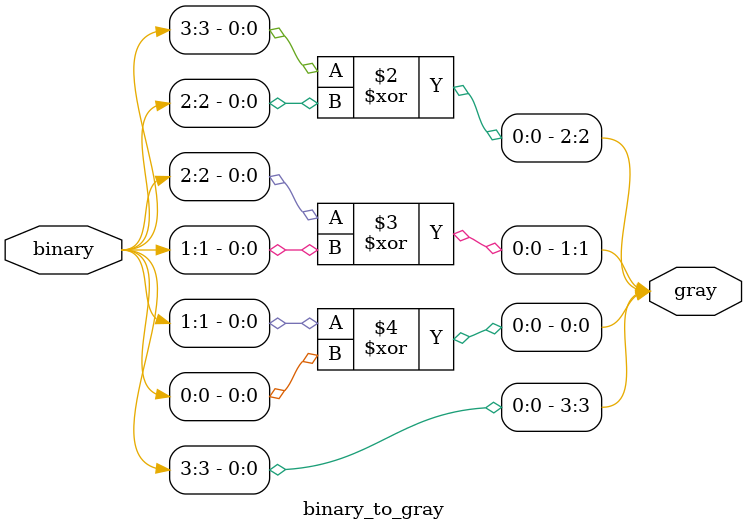
<source format=v>
`timescale 1ns / 1ps

module binary_to_gray (
    input wire [3:0] binary,
    output reg [3:0] gray
);

always @(*) begin
    gray[3] = binary[3];
    gray[2] = binary[3] ^ binary[2];
    gray[1] = binary[2] ^ binary[1];
    gray[0] = binary[1] ^ binary[0];
end

endmodule

</source>
